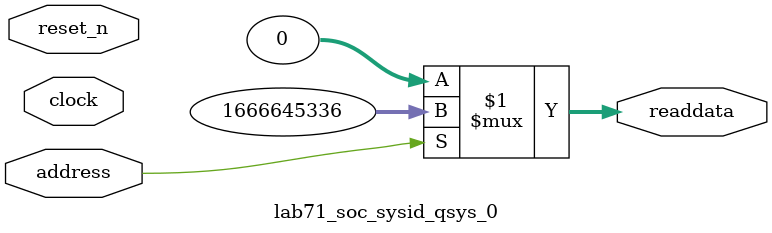
<source format=v>



// synthesis translate_off
`timescale 1ns / 1ps
// synthesis translate_on

// turn off superfluous verilog processor warnings 
// altera message_level Level1 
// altera message_off 10034 10035 10036 10037 10230 10240 10030 

module lab71_soc_sysid_qsys_0 (
               // inputs:
                address,
                clock,
                reset_n,

               // outputs:
                readdata
             )
;

  output  [ 31: 0] readdata;
  input            address;
  input            clock;
  input            reset_n;

  wire    [ 31: 0] readdata;
  //control_slave, which is an e_avalon_slave
  assign readdata = address ? 1666645336 : 0;

endmodule



</source>
